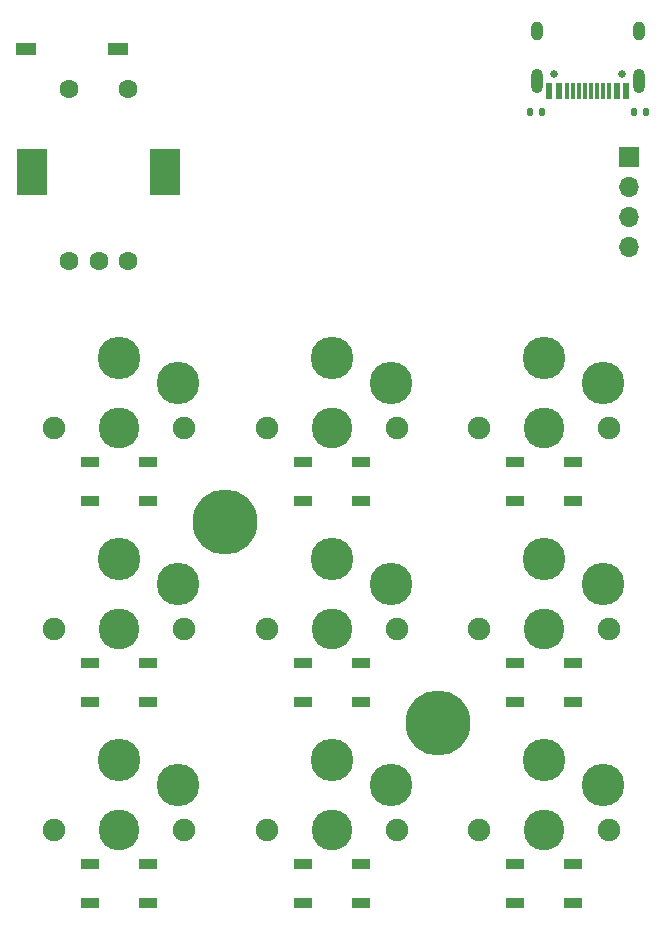
<source format=gbr>
%TF.GenerationSoftware,KiCad,Pcbnew,8.0.3*%
%TF.CreationDate,2024-08-13T15:55:55-04:00*%
%TF.ProjectId,MACROPAD,4d414352-4f50-4414-942e-6b696361645f,rev?*%
%TF.SameCoordinates,Original*%
%TF.FileFunction,Soldermask,Top*%
%TF.FilePolarity,Negative*%
%FSLAX46Y46*%
G04 Gerber Fmt 4.6, Leading zero omitted, Abs format (unit mm)*
G04 Created by KiCad (PCBNEW 8.0.3) date 2024-08-13 15:55:55*
%MOMM*%
%LPD*%
G01*
G04 APERTURE LIST*
G04 Aperture macros list*
%AMRoundRect*
0 Rectangle with rounded corners*
0 $1 Rounding radius*
0 $2 $3 $4 $5 $6 $7 $8 $9 X,Y pos of 4 corners*
0 Add a 4 corners polygon primitive as box body*
4,1,4,$2,$3,$4,$5,$6,$7,$8,$9,$2,$3,0*
0 Add four circle primitives for the rounded corners*
1,1,$1+$1,$2,$3*
1,1,$1+$1,$4,$5*
1,1,$1+$1,$6,$7*
1,1,$1+$1,$8,$9*
0 Add four rect primitives between the rounded corners*
20,1,$1+$1,$2,$3,$4,$5,0*
20,1,$1+$1,$4,$5,$6,$7,0*
20,1,$1+$1,$6,$7,$8,$9,0*
20,1,$1+$1,$8,$9,$2,$3,0*%
G04 Aperture macros list end*
%ADD10R,1.700000X1.700000*%
%ADD11O,1.700000X1.700000*%
%ADD12R,1.750000X1.000000*%
%ADD13C,1.900000*%
%ADD14C,3.450000*%
%ADD15C,3.600000*%
%ADD16R,1.500000X0.900000*%
%ADD17C,5.500000*%
%ADD18RoundRect,0.135000X-0.135000X-0.185000X0.135000X-0.185000X0.135000X0.185000X-0.135000X0.185000X0*%
%ADD19RoundRect,0.135000X0.135000X0.185000X-0.135000X0.185000X-0.135000X-0.185000X0.135000X-0.185000X0*%
%ADD20C,0.650000*%
%ADD21R,0.600000X1.450000*%
%ADD22R,0.300000X1.450000*%
%ADD23O,1.000000X2.100000*%
%ADD24O,1.000000X1.600000*%
%ADD25C,1.600000*%
%ADD26R,2.500000X4.000000*%
G04 APERTURE END LIST*
D10*
%TO.C,J2*%
X167350000Y-60712500D03*
D11*
X167350000Y-63252500D03*
X167350000Y-65792500D03*
X167350000Y-68332500D03*
%TD*%
D12*
%TO.C,SW1*%
X124025000Y-51612500D03*
X116275000Y-51612500D03*
%TD*%
D13*
%TO.C,S1*%
X118650000Y-83700000D03*
D14*
X124150000Y-83700000D03*
D13*
X129650000Y-83700000D03*
D15*
X124150000Y-77800000D03*
X129150000Y-79900000D03*
%TD*%
%TO.C,S3*%
X165150000Y-79900000D03*
X160150000Y-77800000D03*
D13*
X165650000Y-83700000D03*
D14*
X160150000Y-83700000D03*
D13*
X154650000Y-83700000D03*
%TD*%
D16*
%TO.C,D12*%
X162600000Y-86565625D03*
X162600000Y-89865625D03*
X157700000Y-89865625D03*
X157700000Y-86565625D03*
%TD*%
D17*
%TO.C,H2*%
X151150000Y-108625000D03*
%TD*%
D16*
%TO.C,D16*%
X121700000Y-120565625D03*
X121700000Y-123865625D03*
X126600000Y-123865625D03*
X126600000Y-120565625D03*
%TD*%
D17*
%TO.C,H1*%
X133150000Y-91625000D03*
%TD*%
D15*
%TO.C,S8*%
X147150000Y-113900000D03*
X142150000Y-111800000D03*
D13*
X147650000Y-117700000D03*
D14*
X142150000Y-117700000D03*
D13*
X136650000Y-117700000D03*
%TD*%
D18*
%TO.C,R4*%
X168730000Y-56925000D03*
X167710000Y-56925000D03*
%TD*%
D15*
%TO.C,S9*%
X165150000Y-113900000D03*
X160150000Y-111800000D03*
D13*
X165650000Y-117700000D03*
D14*
X160150000Y-117700000D03*
D13*
X154650000Y-117700000D03*
%TD*%
D19*
%TO.C,R5*%
X159950000Y-56925000D03*
X158930000Y-56925000D03*
%TD*%
D20*
%TO.C,J1*%
X166720000Y-53742500D03*
X160940000Y-53742500D03*
D21*
X167080000Y-55187500D03*
X166280000Y-55187500D03*
D22*
X165080000Y-55187500D03*
X164080000Y-55187500D03*
X163580000Y-55187500D03*
X162580000Y-55187500D03*
D21*
X161380000Y-55187500D03*
X160580000Y-55187500D03*
X160580000Y-55187500D03*
X161380000Y-55187500D03*
D22*
X162080000Y-55187500D03*
X163080000Y-55187500D03*
X164580000Y-55187500D03*
X165580000Y-55187500D03*
D21*
X166280000Y-55187500D03*
X167080000Y-55187500D03*
D23*
X168150000Y-54272500D03*
D24*
X168150000Y-50092500D03*
D23*
X159510000Y-54272500D03*
D24*
X159510000Y-50092500D03*
%TD*%
D16*
%TO.C,D14*%
X144600000Y-103565625D03*
X144600000Y-106865625D03*
X139700000Y-106865625D03*
X139700000Y-103565625D03*
%TD*%
D15*
%TO.C,S5*%
X147150000Y-96900000D03*
X142150000Y-94800000D03*
D13*
X147650000Y-100700000D03*
D14*
X142150000Y-100700000D03*
D13*
X136650000Y-100700000D03*
%TD*%
D16*
%TO.C,D17*%
X139700000Y-120565625D03*
X139700000Y-123865625D03*
X144600000Y-123865625D03*
X144600000Y-120565625D03*
%TD*%
D15*
%TO.C,S4*%
X129150000Y-96900000D03*
X124150000Y-94800000D03*
D13*
X129650000Y-100700000D03*
D14*
X124150000Y-100700000D03*
D13*
X118650000Y-100700000D03*
%TD*%
D16*
%TO.C,D11*%
X144600000Y-86565625D03*
X144600000Y-89865625D03*
X139700000Y-89865625D03*
X139700000Y-86565625D03*
%TD*%
%TO.C,D15*%
X162600000Y-103565625D03*
X162600000Y-106865625D03*
X157700000Y-106865625D03*
X157700000Y-103565625D03*
%TD*%
D13*
%TO.C,S6*%
X154650000Y-100700000D03*
D14*
X160150000Y-100700000D03*
D13*
X165650000Y-100700000D03*
D15*
X160150000Y-94800000D03*
X165150000Y-96900000D03*
%TD*%
D16*
%TO.C,D18*%
X157700000Y-120565625D03*
X157700000Y-123865625D03*
X162600000Y-123865625D03*
X162600000Y-120565625D03*
%TD*%
%TO.C,D13*%
X126600000Y-103565625D03*
X126600000Y-106865625D03*
X121700000Y-106865625D03*
X121700000Y-103565625D03*
%TD*%
D15*
%TO.C,S7*%
X129150000Y-113900000D03*
X124150000Y-111800000D03*
D13*
X129650000Y-117700000D03*
D14*
X124150000Y-117700000D03*
D13*
X118650000Y-117700000D03*
%TD*%
D16*
%TO.C,D10*%
X121700000Y-86565625D03*
X121700000Y-89865625D03*
X126600000Y-89865625D03*
X126600000Y-86565625D03*
%TD*%
D25*
%TO.C,SW2*%
X119900000Y-69512500D03*
X124900000Y-69512500D03*
X122400000Y-69512500D03*
X119900000Y-55012500D03*
X124900000Y-55012500D03*
D26*
X116800000Y-62012500D03*
X128000000Y-62012500D03*
%TD*%
D15*
%TO.C,S2*%
X147150000Y-79900000D03*
X142150000Y-77800000D03*
D13*
X147650000Y-83700000D03*
D14*
X142150000Y-83700000D03*
D13*
X136650000Y-83700000D03*
%TD*%
M02*

</source>
